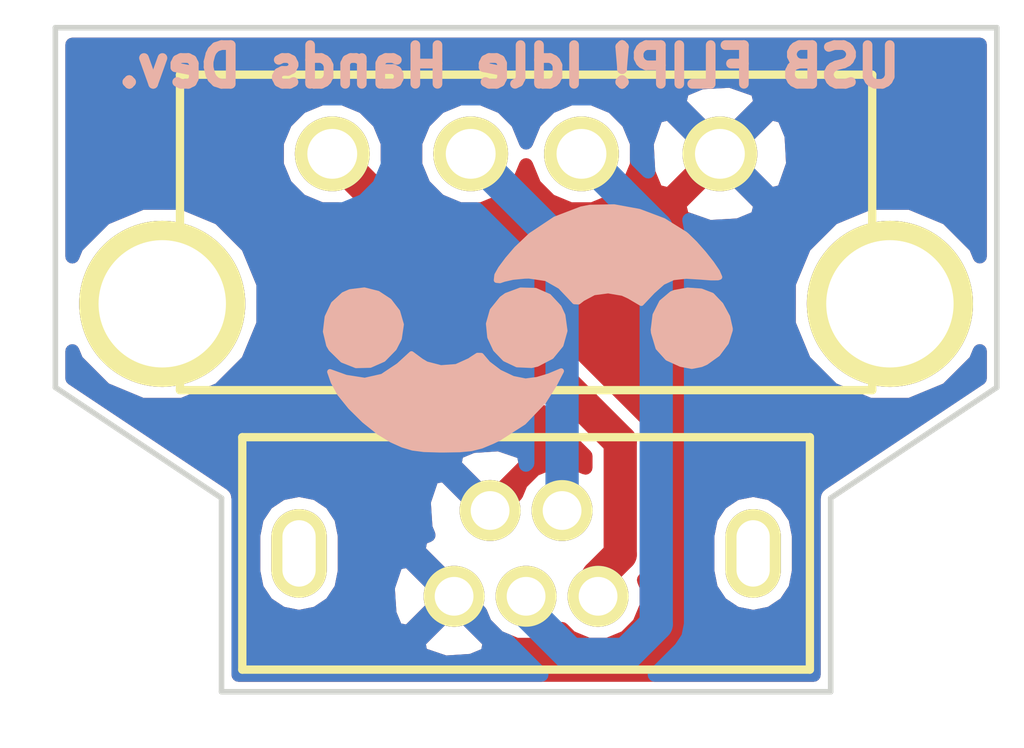
<source format=kicad_pcb>
(kicad_pcb (version 4) (host pcbnew "(2015-07-04 BZR 5884, Git c1bbf3e)-product")

  (general
    (links 5)
    (no_connects 0)
    (area 140.5 89.625 159.000001 103.925)
    (thickness 1.6)
    (drawings 9)
    (tracks 15)
    (zones 0)
    (modules 3)
    (nets 5)
  )

  (page A4)
  (layers
    (0 F.Cu signal)
    (31 B.Cu signal)
    (32 B.Adhes user)
    (33 F.Adhes user)
    (34 B.Paste user)
    (35 F.Paste user)
    (36 B.SilkS user)
    (37 F.SilkS user)
    (38 B.Mask user)
    (39 F.Mask user)
    (40 Dwgs.User user)
    (41 Cmts.User user)
    (42 Eco1.User user)
    (43 Eco2.User user)
    (44 Edge.Cuts user)
    (45 Margin user)
    (46 B.CrtYd user)
    (47 F.CrtYd user)
    (48 B.Fab user)
    (49 F.Fab user)
  )

  (setup
    (last_trace_width 0.6)
    (user_trace_width 0.2)
    (user_trace_width 0.4)
    (user_trace_width 0.6)
    (user_trace_width 0.8)
    (trace_clearance 0.2)
    (zone_clearance 0.13)
    (zone_45_only no)
    (trace_min 0.2)
    (segment_width 0.2)
    (edge_width 0.1)
    (via_size 0.6)
    (via_drill 0.4)
    (via_min_size 0.4)
    (via_min_drill 0.3)
    (uvia_size 0.3)
    (uvia_drill 0.1)
    (uvias_allowed no)
    (uvia_min_size 0.2)
    (uvia_min_drill 0.1)
    (pcb_text_width 0.3)
    (pcb_text_size 1.5 1.5)
    (mod_edge_width 0.15)
    (mod_text_size 1 1)
    (mod_text_width 0.15)
    (pad_size 1.6 1)
    (pad_drill 1.2)
    (pad_to_mask_clearance 0)
    (aux_axis_origin 0 0)
    (visible_elements 7FFFFF7F)
    (pcbplotparams
      (layerselection 0x010f0_80000001)
      (usegerberextensions false)
      (excludeedgelayer true)
      (linewidth 0.100000)
      (plotframeref false)
      (viasonmask false)
      (mode 1)
      (useauxorigin false)
      (hpglpennumber 1)
      (hpglpenspeed 20)
      (hpglpendiameter 15)
      (hpglpenoverlay 2)
      (psnegative false)
      (psa4output false)
      (plotreference true)
      (plotvalue true)
      (plotinvisibletext false)
      (padsonsilk false)
      (subtractmaskfromsilk false)
      (outputformat 1)
      (mirror false)
      (drillshape 0)
      (scaleselection 1)
      (outputdirectory gerber/))
  )

  (net 0 "")
  (net 1 VCC)
  (net 2 /D-)
  (net 3 /D+)
  (net 4 GND)

  (net_class Default "This is the default net class."
    (clearance 0.2)
    (trace_width 0.25)
    (via_dia 0.6)
    (via_drill 0.4)
    (uvia_dia 0.3)
    (uvia_drill 0.1)
    (add_net /D+)
    (add_net /D-)
    (add_net GND)
    (add_net VCC)
  )

  (module project_footprints:USB_A_Vert (layer F.Cu) (tedit 566907B5) (tstamp 5668F911)
    (at 150 97)
    (descr "Micro USB Type B Receptacle")
    (tags "USB USB_B USB_micro USB_OTG")
    (path /5668F8E5)
    (attr smd)
    (fp_text reference P1 (at 0 -6.25) (layer F.SilkS) hide
      (effects (font (size 1 1) (thickness 0.15)))
    )
    (fp_text value USB_B (at 0 -0.85) (layer F.Fab) hide
      (effects (font (size 1 1) (thickness 0.15)))
    )
    (fp_line (start 6.25 -5.65) (end -6.25 -5.65) (layer F.SilkS) (width 0.15))
    (fp_line (start 6.25 0.05) (end 6.25 -5.65) (layer F.SilkS) (width 0.15))
    (fp_line (start -4.6 -5.6) (end 4.6 -5.6) (layer F.CrtYd) (width 0.05))
    (fp_line (start 6.25 0.05) (end -6.25 0.05) (layer F.SilkS) (width 0.15))
    (fp_line (start -6.25 0.05) (end -6.25 -5.65) (layer F.SilkS) (width 0.15))
    (pad 4 thru_hole circle (at 3.5 -4.22 90) (size 1.35 1.35) (drill 0.9) (layers *.Cu *.Mask F.SilkS)
      (net 4 GND))
    (pad 1 thru_hole circle (at -3.5 -4.22 90) (size 1.35 1.35) (drill 0.9) (layers *.Cu *.Mask F.SilkS)
      (net 1 VCC))
    (pad 2 thru_hole circle (at -1 -4.22 90) (size 1.35 1.35) (drill 0.9) (layers *.Cu *.Mask F.SilkS)
      (net 2 /D-))
    (pad 6 thru_hole circle (at 6.57 -1.51 90) (size 3 3) (drill 2.3) (layers *.Cu *.Mask F.SilkS))
    (pad 3 thru_hole circle (at 1 -4.22 90) (size 1.35 1.35) (drill 0.9) (layers *.Cu *.Mask F.SilkS)
      (net 3 /D+))
    (pad 6 thru_hole circle (at -6.57 -1.51 90) (size 3 3) (drill 2.3) (layers *.Cu *.Mask F.SilkS))
  )

  (module project_footprints:USB_Micro-B_Vert_OTG (layer F.Cu) (tedit 56857960) (tstamp 5668F91E)
    (at 150 100)
    (descr "Micro USB Type B Receptacle")
    (tags "USB USB_B USB_micro USB_OTG")
    (path /5668F61B)
    (attr smd)
    (fp_text reference P2 (at 0 -3.45) (layer F.SilkS) hide
      (effects (font (size 1 1) (thickness 0.15)))
    )
    (fp_text value USB_B_OTG (at -0.15 2.95) (layer F.Fab) hide
      (effects (font (size 1 1) (thickness 0.15)))
    )
    (fp_line (start -0.025 -3.35) (end -0.025 3.5) (layer F.CrtYd) (width 0.05))
    (fp_line (start -5.125 -2.1) (end 5.125 -2.1) (layer F.SilkS) (width 0.15))
    (fp_line (start 5.125 -2.1) (end 5.125 2.1) (layer F.SilkS) (width 0.15))
    (fp_line (start 5.125 2.1) (end -5.125 2.1) (layer F.SilkS) (width 0.15))
    (fp_line (start -5.125 2.1) (end -5.125 -2.1) (layer F.SilkS) (width 0.15))
    (pad 6 thru_hole oval (at 4.1 0 90) (size 1.6 1) (drill oval 1.2 0.6) (layers *.Cu *.Mask F.SilkS))
    (pad 1 thru_hole circle (at 1.3 0.775 90) (size 1.1 1.1) (drill 0.7) (layers *.Cu *.Mask F.SilkS)
      (net 1 VCC))
    (pad 3 thru_hole circle (at 0 0.775 90) (size 1.1 1.1) (drill 0.7) (layers *.Cu *.Mask F.SilkS)
      (net 3 /D+))
    (pad 2 thru_hole circle (at 0.65 -0.775 90) (size 1.1 1.1) (drill 0.7) (layers *.Cu *.Mask F.SilkS)
      (net 2 /D-))
    (pad 4 thru_hole circle (at -0.65 -0.775 90) (size 1.1 1.1) (drill 0.7) (layers *.Cu *.Mask F.SilkS)
      (net 4 GND))
    (pad 5 thru_hole circle (at -1.3 0.775 90) (size 1.1 1.1) (drill 0.7) (layers *.Cu *.Mask F.SilkS)
      (net 4 GND))
    (pad 6 thru_hole oval (at -4.1 0 90) (size 1.6 1) (drill oval 1.2 0.6) (layers *.Cu *.Mask F.SilkS))
  )

  (module project_footprints:IdlehandsdevLogo (layer B.Cu) (tedit 0) (tstamp 566EAB1E)
    (at 150 96)
    (fp_text reference G*** (at 0 0) (layer B.SilkS) hide
      (effects (font (thickness 0.3)) (justify mirror))
    )
    (fp_text value LOGO (at 0.75 0) (layer B.SilkS) hide
      (effects (font (thickness 0.3)) (justify mirror))
    )
    (fp_poly (pts (xy 3.4925 -0.993271) (xy 3.45205 -1.087656) (xy 3.347499 -1.241032) (xy 3.204043 -1.422087)
      (xy 3.046877 -1.599507) (xy 2.901199 -1.741979) (xy 2.867337 -1.770208) (xy 2.483085 -2.009503)
      (xy 2.0447 -2.175345) (xy 1.589631 -2.258702) (xy 1.155323 -2.25054) (xy 0.999866 -2.220653)
      (xy 0.526063 -2.039067) (xy 0.087104 -1.747132) (xy -0.171953 -1.500454) (xy -0.333101 -1.312351)
      (xy -0.458323 -1.144321) (xy -0.522395 -1.030449) (xy -0.524193 -1.024437) (xy -0.533547 -0.937979)
      (xy -0.47334 -0.932024) (xy -0.401559 -0.956754) (xy -0.241716 -0.993237) (xy -0.026519 -1.014102)
      (xy 0.053504 -1.016) (xy 0.36265 -0.970829) (xy 0.617919 -0.825069) (xy 0.785089 -0.649843)
      (xy 0.875733 -0.551595) (xy 0.944793 -0.547667) (xy 1.018285 -0.605318) (xy 1.223586 -0.714768)
      (xy 1.482222 -0.748535) (xy 1.743627 -0.703965) (xy 1.862686 -0.649646) (xy 2.080141 -0.521344)
      (xy 2.283584 -0.737033) (xy 2.465605 -0.898913) (xy 2.655706 -0.986891) (xy 2.893924 -1.013001)
      (xy 3.148896 -0.997139) (xy 3.33784 -0.982879) (xy 3.462642 -0.983507) (xy 3.4925 -0.993271)
      (xy 3.4925 -0.993271)) (layer B.SilkS) (width 0.1))
    (fp_poly (pts (xy -2.256388 -0.135546) (xy -2.32313 -0.366837) (xy -2.471322 -0.559387) (xy -2.678207 -0.69524)
      (xy -2.921026 -0.756438) (xy -3.177019 -0.725025) (xy -3.295011 -0.673385) (xy -3.476696 -0.50633)
      (xy -3.58807 -0.270509) (xy -3.619226 -0.00887) (xy -3.560258 0.235638) (xy -3.520396 0.303734)
      (xy -3.313255 0.50643) (xy -3.069757 0.602695) (xy -2.816236 0.596548) (xy -2.579022 0.492009)
      (xy -2.384449 0.293096) (xy -2.293857 0.11653) (xy -2.256388 -0.135546) (xy -2.256388 -0.135546)) (layer B.SilkS) (width 0.1))
    (fp_poly (pts (xy 0.697848 -0.02306) (xy 0.660284 -0.299578) (xy 0.592755 -0.445166) (xy 0.409264 -0.642868)
      (xy 0.167669 -0.747842) (xy -0.098251 -0.75503) (xy -0.354715 -0.659374) (xy -0.437469 -0.599422)
      (xy -0.608419 -0.387353) (xy -0.675542 -0.149238) (xy -0.651646 0.09114) (xy -0.549539 0.31)
      (xy -0.382028 0.483558) (xy -0.16192 0.588032) (xy 0.097976 0.599642) (xy 0.196228 0.577286)
      (xy 0.455573 0.441795) (xy 0.626195 0.232872) (xy 0.697848 -0.02306) (xy 0.697848 -0.02306)) (layer B.SilkS) (width 0.1))
    (fp_poly (pts (xy 3.683 -0.060575) (xy 3.635437 -0.272533) (xy 3.51519 -0.492717) (xy 3.355918 -0.659927)
      (xy 3.351733 -0.662895) (xy 3.159754 -0.736796) (xy 2.915903 -0.753653) (xy 2.682902 -0.711169)
      (xy 2.630182 -0.689321) (xy 2.449083 -0.536475) (xy 2.332583 -0.306428) (xy 2.299907 -0.040594)
      (xy 2.30489 0.011511) (xy 2.38628 0.283521) (xy 2.554509 0.469784) (xy 2.795202 0.579363)
      (xy 2.991218 0.616756) (xy 3.16264 0.583063) (xy 3.248029 0.546039) (xy 3.457858 0.395317)
      (xy 3.613004 0.187545) (xy 3.681999 -0.033393) (xy 3.683 -0.060575) (xy 3.683 -0.060575)) (layer B.SilkS) (width 0.1))
    (fp_poly (pts (xy 0.634078 0.705366) (xy 0.414328 0.797183) (xy 0.202774 0.860911) (xy -0.006549 0.888717)
      (xy -0.013836 0.888763) (xy -0.239392 0.843156) (xy -0.48341 0.727385) (xy -0.687447 0.572352)
      (xy -0.749375 0.499839) (xy -0.81126 0.426649) (xy -0.875696 0.424809) (xy -0.987791 0.49726)
      (xy -1.01481 0.517161) (xy -1.259161 0.62762) (xy -1.5388 0.648846) (xy -1.8023 0.580424)
      (xy -1.896559 0.524282) (xy -2.069738 0.396246) (xy -2.299749 0.607035) (xy -2.594888 0.803863)
      (xy -2.913258 0.87618) (xy -3.251683 0.823315) (xy -3.278519 0.814021) (xy -3.542174 0.719211)
      (xy -3.478429 0.902071) (xy -3.363725 1.112174) (xy -3.168625 1.353347) (xy -2.923807 1.595076)
      (xy -2.659945 1.806849) (xy -2.425071 1.949817) (xy -2.226681 2.038827) (xy -2.047876 2.092284)
      (xy -1.843262 2.118813) (xy -1.567445 2.12704) (xy -1.491299 2.12725) (xy -1.199823 2.122674)
      (xy -0.987541 2.102282) (xy -0.806783 2.056086) (xy -0.609877 1.974093) (xy -0.49384 1.918209)
      (xy -0.044658 1.629984) (xy 0.316505 1.253542) (xy 0.513082 0.940058) (xy 0.634078 0.705366)
      (xy 0.634078 0.705366)) (layer B.SilkS) (width 0.1))
  )

  (gr_text "USB FLIP! Idle Hands Dev." (at 149.7 91.2) (layer B.SilkS)
    (effects (font (size 0.7 0.7) (thickness 0.175)) (justify mirror))
  )
  (gr_line (start 141.5 97) (end 141.5 90.5) (layer Edge.Cuts) (width 0.1))
  (gr_line (start 144.5 99) (end 141.5 97) (layer Edge.Cuts) (width 0.1))
  (gr_line (start 144.5 102.5) (end 144.5 99) (layer Edge.Cuts) (width 0.1))
  (gr_line (start 155.5 102.5) (end 144.5 102.5) (layer Edge.Cuts) (width 0.1))
  (gr_line (start 155.5 99) (end 155.5 102.5) (layer Edge.Cuts) (width 0.1))
  (gr_line (start 158.5 97) (end 155.5 99) (layer Edge.Cuts) (width 0.1))
  (gr_line (start 158.5 90.5) (end 158.5 97) (layer Edge.Cuts) (width 0.1))
  (gr_line (start 141.5 90.5) (end 158.5 90.5) (layer Edge.Cuts) (width 0.1))

  (segment (start 151.3 100.775) (end 151.3 100.421) (width 0.6) (layer F.Cu) (net 1))
  (segment (start 151.3 100.421) (end 151.700001 100.020999) (width 0.6) (layer F.Cu) (net 1))
  (segment (start 151.700001 100.020999) (end 151.700001 97.980001) (width 0.6) (layer F.Cu) (net 1))
  (segment (start 151.700001 97.980001) (end 147.174999 93.454999) (width 0.6) (layer F.Cu) (net 1))
  (segment (start 147.174999 93.454999) (end 146.5 92.78) (width 0.6) (layer F.Cu) (net 1))
  (segment (start 150.65 99.225) (end 150.65 94.43) (width 0.6) (layer B.Cu) (net 2))
  (segment (start 150.65 94.43) (end 149 92.78) (width 0.6) (layer B.Cu) (net 2))
  (segment (start 149.35 93.13) (end 149 92.78) (width 0.4) (layer F.Cu) (net 2))
  (segment (start 150 100.775) (end 150 101.029002) (width 0.6) (layer B.Cu) (net 3))
  (segment (start 150 101.029002) (end 150.795999 101.825001) (width 0.6) (layer B.Cu) (net 3))
  (segment (start 150.795999 101.825001) (end 151.804001 101.825001) (width 0.6) (layer B.Cu) (net 3))
  (segment (start 151.804001 101.825001) (end 152.350001 101.279001) (width 0.6) (layer B.Cu) (net 3))
  (segment (start 152.350001 101.279001) (end 152.350001 94.130001) (width 0.6) (layer B.Cu) (net 3))
  (segment (start 152.350001 94.130001) (end 151.674999 93.454999) (width 0.6) (layer B.Cu) (net 3))
  (segment (start 151.674999 93.454999) (end 151 92.78) (width 0.6) (layer B.Cu) (net 3))

  (zone (net 4) (net_name GND) (layer F.Cu) (tstamp 0) (hatch edge 0.508)
    (connect_pads (clearance 0.13))
    (min_thickness 0.254)
    (fill yes (arc_segments 16) (thermal_gap 0.508) (thermal_bridge_width 0.508))
    (polygon
      (pts
        (xy 140.5 90) (xy 159 90) (xy 159 103.5) (xy 140.5 103.5)
      )
    )
    (filled_polygon
      (pts
        (xy 158.193 94.633699) (xy 158.119758 94.45644) (xy 157.606264 93.942048) (xy 156.935007 93.663318) (xy 156.208182 93.662684)
        (xy 155.53644 93.940242) (xy 155.022048 94.453736) (xy 154.743318 95.124993) (xy 154.742684 95.851818) (xy 155.020242 96.52356)
        (xy 155.533736 97.037952) (xy 156.204993 97.316682) (xy 156.931818 97.317316) (xy 157.60356 97.039758) (xy 158.117952 96.526264)
        (xy 158.193 96.345528) (xy 158.193 96.835699) (xy 155.329707 98.744561) (xy 155.308193 98.76603) (xy 155.282918 98.782918)
        (xy 155.266207 98.807927) (xy 155.244917 98.829173) (xy 155.233255 98.857244) (xy 155.216369 98.882516) (xy 155.210502 98.912013)
        (xy 155.198961 98.939792) (xy 155.198929 98.970191) (xy 155.193 99) (xy 155.193 102.193) (xy 144.807 102.193)
        (xy 144.807 101.601433) (xy 148.053172 101.601433) (xy 148.096508 101.821701) (xy 148.543001 101.972972) (xy 149.013396 101.941863)
        (xy 149.303492 101.821701) (xy 149.346828 101.601433) (xy 148.7 100.954605) (xy 148.053172 101.601433) (xy 144.807 101.601433)
        (xy 144.807 101.378492) (xy 147.653299 101.378492) (xy 147.873567 101.421828) (xy 148.520395 100.775) (xy 147.873567 100.128172)
        (xy 147.653299 100.171508) (xy 146.727 100.171508) (xy 146.727 99.677921) (xy 146.664048 99.361442) (xy 146.484777 99.093144)
        (xy 146.216479 98.913873) (xy 145.9 98.850921) (xy 145.583521 98.913873) (xy 145.315223 99.093144) (xy 145.135952 99.361442)
        (xy 145.073 99.677921) (xy 145.073 100.322079) (xy 145.135952 100.638558) (xy 145.315223 100.906856) (xy 145.583521 101.086127)
        (xy 145.9 101.149079) (xy 146.216479 101.086127) (xy 146.484777 100.906856) (xy 146.664048 100.638558) (xy 146.727 100.322079)
        (xy 146.727 100.171508) (xy 147.653299 100.171508) (xy 146.727 100.171508) (xy 146.727 100.171508) (xy 147.653299 100.171508)
        (xy 147.502028 100.618001) (xy 147.533137 101.088396) (xy 147.653299 101.378492) (xy 144.807 101.378492) (xy 144.807 99)
        (xy 144.80107 98.970186) (xy 144.801038 98.939792) (xy 144.789499 98.912016) (xy 144.783631 98.882516) (xy 144.766744 98.857243)
        (xy 144.755083 98.829173) (xy 144.733792 98.807927) (xy 144.717082 98.782918) (xy 144.691809 98.766031) (xy 144.670293 98.74456)
        (xy 143.640658 98.058137) (xy 149.036604 98.058137) (xy 148.746508 98.178299) (xy 148.703172 98.398567) (xy 149.35 99.045395)
        (xy 149.996828 98.398567) (xy 149.953492 98.178299) (xy 149.506999 98.027028) (xy 149.036604 98.058137) (xy 143.640658 98.058137)
        (xy 141.807 96.835699) (xy 141.807 96.346301) (xy 141.880242 96.52356) (xy 142.393736 97.037952) (xy 143.064993 97.316682)
        (xy 143.791818 97.317316) (xy 144.46356 97.039758) (xy 144.977952 96.526264) (xy 145.256682 95.855007) (xy 145.257316 95.128182)
        (xy 144.979758 94.45644) (xy 144.466264 93.942048) (xy 143.795007 93.663318) (xy 143.068182 93.662684) (xy 142.39644 93.940242)
        (xy 141.882048 94.453736) (xy 141.807 94.634472) (xy 141.807 91.930051) (xy 145.933154 91.930051) (xy 145.651041 92.211672)
        (xy 145.498175 92.579816) (xy 145.497827 92.978436) (xy 145.650051 93.346846) (xy 145.931672 93.628959) (xy 146.299816 93.781825)
        (xy 146.615388 93.7821) (xy 151.073001 98.239713) (xy 151.073001 98.451044) (xy 150.825211 98.348153) (xy 150.476319 98.347849)
        (xy 150.153869 98.481082) (xy 149.906949 98.727571) (xy 149.821678 98.932927) (xy 149.529605 99.225) (xy 149.543748 99.239143)
        (xy 149.364143 99.418748) (xy 149.35 99.404605) (xy 149.335858 99.418748) (xy 149.156253 99.239143) (xy 149.170395 99.225)
        (xy 148.523567 98.578172) (xy 148.303299 98.621508) (xy 148.152028 99.068001) (xy 148.183137 99.538396) (xy 148.237591 99.66986)
        (xy 148.096508 99.728299) (xy 148.053172 99.948567) (xy 148.7 100.595395) (xy 148.714143 100.581253) (xy 148.893748 100.760858)
        (xy 148.879605 100.775) (xy 149.17183 101.067225) (xy 149.256082 101.271131) (xy 149.502571 101.518051) (xy 149.824789 101.651847)
        (xy 150.173681 101.652151) (xy 150.496131 101.518918) (xy 150.650052 101.365265) (xy 150.802571 101.518051) (xy 151.124789 101.651847)
        (xy 151.473681 101.652151) (xy 151.796131 101.518918) (xy 152.043051 101.272429) (xy 152.176847 100.950211) (xy 152.177151 100.601319)
        (xy 152.127225 100.480487) (xy 152.143357 100.464355) (xy 152.279274 100.260941) (xy 152.327001 100.020999) (xy 152.327001 98.913873)
        (xy 153.783521 98.913873) (xy 153.515223 99.093144) (xy 153.335952 99.361442) (xy 153.273 99.677921) (xy 153.273 100.322079)
        (xy 153.335952 100.638558) (xy 153.515223 100.906856) (xy 153.783521 101.086127) (xy 154.1 101.149079) (xy 154.416479 101.086127)
        (xy 154.684777 100.906856) (xy 154.864048 100.638558) (xy 154.927 100.322079) (xy 154.927 99.677921) (xy 154.864048 99.361442)
        (xy 154.684777 99.093144) (xy 154.416479 98.913873) (xy 154.1 98.850921) (xy 153.783521 98.913873) (xy 152.327001 98.913873)
        (xy 152.327001 97.980001) (xy 152.279273 97.740058) (xy 152.143357 97.536645) (xy 148.53704 93.930328) (xy 152.821219 93.930328)
        (xy 153.3131 94.102522) (xy 153.833434 94.073375) (xy 154.178781 93.930328) (xy 154.237542 93.697147) (xy 153.5 92.959605)
        (xy 152.762458 93.697147) (xy 151.404214 93.697147) (xy 151.566846 93.629949) (xy 151.848959 93.348328) (xy 152.001825 92.980184)
        (xy 152.002173 92.581564) (xy 151.849949 92.213154) (xy 151.73821 92.101219) (xy 152.349672 92.101219) (xy 152.177478 92.5931)
        (xy 152.206625 93.113434) (xy 152.349672 93.458781) (xy 152.582853 93.517542) (xy 153.320395 92.78) (xy 153.679605 92.78)
        (xy 154.417147 93.517542) (xy 154.650328 93.458781) (xy 154.822522 92.9669) (xy 154.793375 92.446566) (xy 154.650328 92.101219)
        (xy 154.417147 92.042458) (xy 153.679605 92.78) (xy 153.320395 92.78) (xy 153.320395 92.78) (xy 152.582853 92.042458)
        (xy 152.349672 92.101219) (xy 151.73821 92.101219) (xy 151.568328 91.931041) (xy 151.200184 91.778175) (xy 150.801564 91.777827)
        (xy 150.433154 91.930051) (xy 150.151041 92.211672) (xy 149.999817 92.575862) (xy 149.849949 92.213154) (xy 149.568328 91.931041)
        (xy 149.200184 91.778175) (xy 148.801564 91.777827) (xy 148.433154 91.930051) (xy 148.151041 92.211672) (xy 147.998175 92.579816)
        (xy 147.997827 92.978436) (xy 148.150051 93.346846) (xy 148.431672 93.628959) (xy 148.799816 93.781825) (xy 149.198436 93.782173)
        (xy 149.566846 93.629949) (xy 149.637138 93.55978) (xy 149.722645 93.502645) (xy 149.779281 93.417885) (xy 149.848959 93.348328)
        (xy 150.000183 92.984138) (xy 150.150051 93.346846) (xy 150.431672 93.628959) (xy 150.799816 93.781825) (xy 151.198436 93.782173)
        (xy 151.404214 93.697147) (xy 152.762458 93.697147) (xy 151.404214 93.697147) (xy 151.404214 93.697147) (xy 152.762458 93.697147)
        (xy 152.821219 93.930328) (xy 148.53704 93.930328) (xy 147.501899 92.895187) (xy 147.502173 92.581564) (xy 147.349949 92.213154)
        (xy 147.068328 91.931041) (xy 146.700184 91.778175) (xy 146.301564 91.777827) (xy 145.933154 91.930051) (xy 141.807 91.930051)
        (xy 141.807 91.486625) (xy 153.166566 91.486625) (xy 152.821219 91.629672) (xy 152.762458 91.862853) (xy 153.5 92.600395)
        (xy 154.237542 91.862853) (xy 154.178781 91.629672) (xy 153.6869 91.457478) (xy 153.166566 91.486625) (xy 141.807 91.486625)
        (xy 141.807 90.807) (xy 158.193 90.807) (xy 158.193 94.633699)
      )
    )
  )
  (zone (net 4) (net_name GND) (layer B.Cu) (tstamp 566EA0DB) (hatch edge 0.508)
    (connect_pads (clearance 0.13))
    (min_thickness 0.254)
    (fill yes (arc_segments 16) (thermal_gap 0.508) (thermal_bridge_width 0.508))
    (polygon
      (pts
        (xy 140.5 90) (xy 159 90) (xy 159 103.5) (xy 140.5 103.5)
      )
    )
    (filled_polygon
      (pts
        (xy 158.193 94.633699) (xy 158.119758 94.45644) (xy 157.606264 93.942048) (xy 156.935007 93.663318) (xy 156.208182 93.662684)
        (xy 155.53644 93.940242) (xy 155.022048 94.453736) (xy 154.743318 95.124993) (xy 154.742684 95.851818) (xy 155.020242 96.52356)
        (xy 155.533736 97.037952) (xy 156.204993 97.316682) (xy 156.931818 97.317316) (xy 157.60356 97.039758) (xy 158.117952 96.526264)
        (xy 158.193 96.345528) (xy 158.193 96.835699) (xy 155.329707 98.744561) (xy 155.308193 98.76603) (xy 155.282918 98.782918)
        (xy 155.266207 98.807927) (xy 155.244917 98.829173) (xy 155.233255 98.857244) (xy 155.216369 98.882516) (xy 155.210502 98.912013)
        (xy 155.198961 98.939792) (xy 155.198929 98.970191) (xy 155.193 99) (xy 155.193 102.193) (xy 152.322714 102.193)
        (xy 152.793357 101.722357) (xy 152.929274 101.518943) (xy 152.977001 101.279001) (xy 152.977001 98.913873) (xy 153.783521 98.913873)
        (xy 153.515223 99.093144) (xy 153.335952 99.361442) (xy 153.273 99.677921) (xy 153.273 100.322079) (xy 153.335952 100.638558)
        (xy 153.515223 100.906856) (xy 153.783521 101.086127) (xy 154.1 101.149079) (xy 154.416479 101.086127) (xy 154.684777 100.906856)
        (xy 154.864048 100.638558) (xy 154.927 100.322079) (xy 154.927 99.677921) (xy 154.864048 99.361442) (xy 154.684777 99.093144)
        (xy 154.416479 98.913873) (xy 154.1 98.850921) (xy 153.783521 98.913873) (xy 152.977001 98.913873) (xy 152.977001 94.130001)
        (xy 152.94597 93.974) (xy 153.3131 94.102522) (xy 153.833434 94.073375) (xy 154.178781 93.930328) (xy 154.237542 93.697147)
        (xy 153.5 92.959605) (xy 153.485858 92.973748) (xy 153.306253 92.794143) (xy 153.320395 92.78) (xy 153.679605 92.78)
        (xy 154.417147 93.517542) (xy 154.650328 93.458781) (xy 154.822522 92.9669) (xy 154.793375 92.446566) (xy 154.650328 92.101219)
        (xy 154.417147 92.042458) (xy 153.679605 92.78) (xy 153.320395 92.78) (xy 153.320395 92.78) (xy 152.582853 92.042458)
        (xy 152.349672 92.101219) (xy 152.177478 92.5931) (xy 152.205823 93.099111) (xy 152.001899 92.895187) (xy 152.002173 92.581564)
        (xy 151.849949 92.213154) (xy 151.568328 91.931041) (xy 151.200184 91.778175) (xy 150.801564 91.777827) (xy 150.433154 91.930051)
        (xy 150.151041 92.211672) (xy 149.999817 92.575862) (xy 149.849949 92.213154) (xy 149.568328 91.931041) (xy 149.200184 91.778175)
        (xy 148.801564 91.777827) (xy 148.433154 91.930051) (xy 148.151041 92.211672) (xy 147.998175 92.579816) (xy 147.997827 92.978436)
        (xy 148.150051 93.346846) (xy 148.431672 93.628959) (xy 148.799816 93.781825) (xy 149.115388 93.7821) (xy 150.023 94.689712)
        (xy 150.023 98.372392) (xy 149.996828 98.398564) (xy 149.953492 98.178299) (xy 149.506999 98.027028) (xy 149.036604 98.058137)
        (xy 148.746508 98.178299) (xy 148.703172 98.398567) (xy 149.35 99.045395) (xy 149.364143 99.031253) (xy 149.543748 99.210858)
        (xy 149.529605 99.225) (xy 149.543748 99.239143) (xy 149.364143 99.418748) (xy 149.35 99.404605) (xy 149.335858 99.418748)
        (xy 149.156253 99.239143) (xy 149.170395 99.225) (xy 148.523567 98.578172) (xy 148.303299 98.621508) (xy 148.152028 99.068001)
        (xy 148.183137 99.538396) (xy 148.237591 99.66986) (xy 148.096508 99.728299) (xy 148.053172 99.948567) (xy 148.7 100.595395)
        (xy 148.714143 100.581253) (xy 148.893748 100.760858) (xy 148.879605 100.775) (xy 149.17183 101.067225) (xy 149.256082 101.271131)
        (xy 149.502571 101.518051) (xy 149.67318 101.588894) (xy 150.277286 102.193) (xy 144.807 102.193) (xy 144.807 101.601433)
        (xy 148.053172 101.601433) (xy 148.096508 101.821701) (xy 148.543001 101.972972) (xy 149.013396 101.941863) (xy 149.303492 101.821701)
        (xy 149.346828 101.601433) (xy 148.7 100.954605) (xy 148.053172 101.601433) (xy 144.807 101.601433) (xy 144.807 101.378492)
        (xy 147.653299 101.378492) (xy 147.873567 101.421828) (xy 148.520395 100.775) (xy 147.873567 100.128172) (xy 147.653299 100.171508)
        (xy 146.727 100.171508) (xy 146.727 99.677921) (xy 146.664048 99.361442) (xy 146.484777 99.093144) (xy 146.216479 98.913873)
        (xy 145.9 98.850921) (xy 145.583521 98.913873) (xy 145.315223 99.093144) (xy 145.135952 99.361442) (xy 145.073 99.677921)
        (xy 145.073 100.322079) (xy 145.135952 100.638558) (xy 145.315223 100.906856) (xy 145.583521 101.086127) (xy 145.9 101.149079)
        (xy 146.216479 101.086127) (xy 146.484777 100.906856) (xy 146.664048 100.638558) (xy 146.727 100.322079) (xy 146.727 100.171508)
        (xy 147.653299 100.171508) (xy 146.727 100.171508) (xy 146.727 100.171508) (xy 147.653299 100.171508) (xy 147.502028 100.618001)
        (xy 147.533137 101.088396) (xy 147.653299 101.378492) (xy 144.807 101.378492) (xy 144.807 99) (xy 144.80107 98.970186)
        (xy 144.801038 98.939792) (xy 144.789499 98.912016) (xy 144.783631 98.882516) (xy 144.766744 98.857243) (xy 144.755083 98.829173)
        (xy 144.733792 98.807927) (xy 144.717082 98.782918) (xy 144.691809 98.766031) (xy 144.670293 98.74456) (xy 141.807 96.835699)
        (xy 141.807 96.346301) (xy 141.880242 96.52356) (xy 142.393736 97.037952) (xy 143.064993 97.316682) (xy 143.791818 97.317316)
        (xy 144.46356 97.039758) (xy 144.977952 96.526264) (xy 145.256682 95.855007) (xy 145.257316 95.128182) (xy 144.979758 94.45644)
        (xy 144.466264 93.942048) (xy 143.795007 93.663318) (xy 143.068182 93.662684) (xy 142.39644 93.940242) (xy 141.882048 94.453736)
        (xy 141.807 94.634472) (xy 141.807 91.930051) (xy 145.933154 91.930051) (xy 145.651041 92.211672) (xy 145.498175 92.579816)
        (xy 145.497827 92.978436) (xy 145.650051 93.346846) (xy 145.931672 93.628959) (xy 146.299816 93.781825) (xy 146.698436 93.782173)
        (xy 147.066846 93.629949) (xy 147.348959 93.348328) (xy 147.501825 92.980184) (xy 147.502173 92.581564) (xy 147.349949 92.213154)
        (xy 147.068328 91.931041) (xy 146.700184 91.778175) (xy 146.301564 91.777827) (xy 145.933154 91.930051) (xy 141.807 91.930051)
        (xy 141.807 91.486625) (xy 153.166566 91.486625) (xy 152.821219 91.629672) (xy 152.762458 91.862853) (xy 153.5 92.600395)
        (xy 154.237542 91.862853) (xy 154.178781 91.629672) (xy 153.6869 91.457478) (xy 153.166566 91.486625) (xy 141.807 91.486625)
        (xy 141.807 90.807) (xy 158.193 90.807) (xy 158.193 94.633699)
      )
    )
  )
)

</source>
